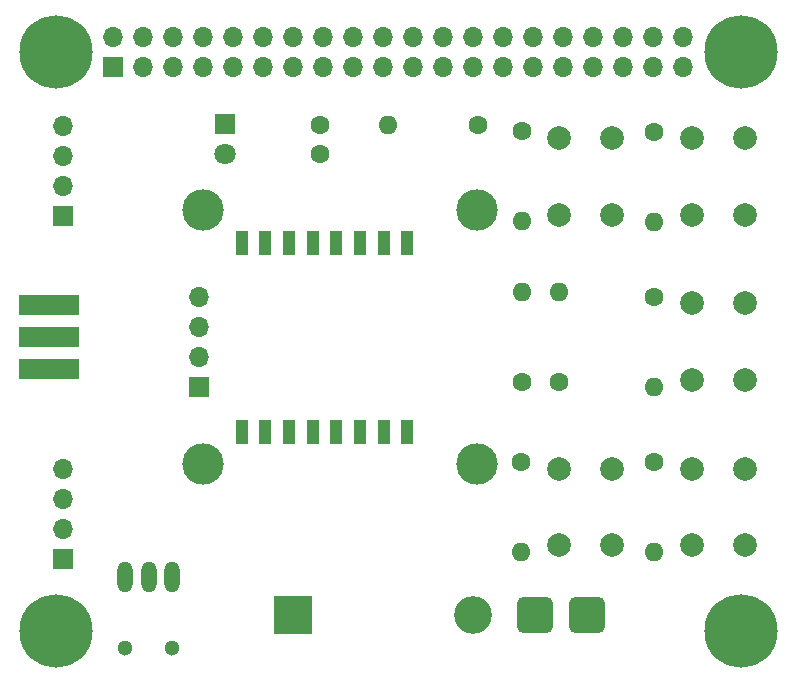
<source format=gbr>
%TF.GenerationSoftware,KiCad,Pcbnew,7.0.1-0*%
%TF.CreationDate,2023-11-24T13:11:02+01:00*%
%TF.ProjectId,LoRa_Hat,4c6f5261-5f48-4617-942e-6b696361645f,rev?*%
%TF.SameCoordinates,Original*%
%TF.FileFunction,Soldermask,Bot*%
%TF.FilePolarity,Negative*%
%FSLAX46Y46*%
G04 Gerber Fmt 4.6, Leading zero omitted, Abs format (unit mm)*
G04 Created by KiCad (PCBNEW 7.0.1-0) date 2023-11-24 13:11:02*
%MOMM*%
%LPD*%
G01*
G04 APERTURE LIST*
G04 Aperture macros list*
%AMRoundRect*
0 Rectangle with rounded corners*
0 $1 Rounding radius*
0 $2 $3 $4 $5 $6 $7 $8 $9 X,Y pos of 4 corners*
0 Add a 4 corners polygon primitive as box body*
4,1,4,$2,$3,$4,$5,$6,$7,$8,$9,$2,$3,0*
0 Add four circle primitives for the rounded corners*
1,1,$1+$1,$2,$3*
1,1,$1+$1,$4,$5*
1,1,$1+$1,$6,$7*
1,1,$1+$1,$8,$9*
0 Add four rect primitives between the rounded corners*
20,1,$1+$1,$2,$3,$4,$5,0*
20,1,$1+$1,$4,$5,$6,$7,0*
20,1,$1+$1,$6,$7,$8,$9,0*
20,1,$1+$1,$8,$9,$2,$3,0*%
G04 Aperture macros list end*
%ADD10C,6.200000*%
%ADD11C,1.300000*%
%ADD12O,1.308000X2.616000*%
%ADD13R,3.200000X3.200000*%
%ADD14O,3.200000X3.200000*%
%ADD15C,1.600000*%
%ADD16O,1.600000X1.600000*%
%ADD17C,2.000000*%
%ADD18R,1.700000X1.700000*%
%ADD19O,1.700000X1.700000*%
%ADD20C,3.500000*%
%ADD21RoundRect,0.468750X1.031250X1.031250X-1.031250X1.031250X-1.031250X-1.031250X1.031250X-1.031250X0*%
%ADD22R,1.800000X1.800000*%
%ADD23C,1.800000*%
%ADD24R,1.000000X2.000000*%
%ADD25R,5.080000X1.800000*%
G04 APERTURE END LIST*
D10*
%TO.C,*%
X171900001Y-75500000D03*
%TD*%
%TO.C,*%
X113900001Y-75500000D03*
%TD*%
%TO.C,*%
X113900001Y-124500000D03*
%TD*%
%TO.C,*%
X171900001Y-124500000D03*
%TD*%
D11*
%TO.C,J6*%
X119770000Y-125912500D03*
X123770000Y-125912500D03*
D12*
X121770000Y-119912500D03*
X123770000Y-119912500D03*
X119770000Y-119912500D03*
%TD*%
D13*
%TO.C,D1*%
X134020000Y-123110000D03*
D14*
X149260000Y-123110000D03*
%TD*%
D15*
%TO.C,R5*%
X164570000Y-82210000D03*
D16*
X164570000Y-89830000D03*
%TD*%
D17*
%TO.C,SW5*%
X167770000Y-89250000D03*
X167770000Y-82750000D03*
X172270000Y-89250000D03*
X172270000Y-82750000D03*
%TD*%
D15*
%TO.C,C1*%
X136270000Y-84110000D03*
X136270000Y-81610000D03*
%TD*%
%TO.C,R4*%
X164540000Y-96200000D03*
D16*
X164540000Y-103820000D03*
%TD*%
D15*
%TO.C,R2*%
X153370000Y-82190000D03*
D16*
X153370000Y-89810000D03*
%TD*%
D18*
%TO.C,J2*%
X126020000Y-103820000D03*
D19*
X126020000Y-101280000D03*
X126020000Y-98740000D03*
X126020000Y-96200000D03*
D20*
X126420000Y-88850000D03*
X126420000Y-110360000D03*
X149620000Y-88850000D03*
X149620000Y-110360000D03*
%TD*%
D17*
%TO.C,SW1*%
X156520000Y-117250000D03*
X156520000Y-110750000D03*
X161020000Y-117250000D03*
X161020000Y-110750000D03*
%TD*%
D15*
%TO.C,R7*%
X156520000Y-103370000D03*
D16*
X156520000Y-95750000D03*
%TD*%
D21*
%TO.C,J8*%
X158927745Y-123110000D03*
%TD*%
D17*
%TO.C,SW2*%
X156520000Y-89250000D03*
X156520000Y-82750000D03*
X161020000Y-89250000D03*
X161020000Y-82750000D03*
%TD*%
D21*
%TO.C,J7*%
X154477745Y-123110000D03*
%TD*%
D15*
%TO.C,R1*%
X153290000Y-110200000D03*
D16*
X153290000Y-117820000D03*
%TD*%
D15*
%TO.C,R6*%
X153370000Y-103370000D03*
D16*
X153370000Y-95750000D03*
%TD*%
D18*
%TO.C,J4*%
X114545000Y-118410000D03*
D19*
X114545000Y-115870000D03*
X114545000Y-113330000D03*
X114545000Y-110790000D03*
%TD*%
D15*
%TO.C,R8*%
X149670000Y-81610000D03*
D16*
X142050000Y-81610000D03*
%TD*%
D22*
%TO.C,D2*%
X128270000Y-81570000D03*
D23*
X128270000Y-84110000D03*
%TD*%
D17*
%TO.C,SW4*%
X167770000Y-103250000D03*
X167770000Y-96750000D03*
X172270000Y-103250000D03*
X172270000Y-96750000D03*
%TD*%
D18*
%TO.C,J3*%
X114520000Y-89360000D03*
D19*
X114520000Y-86820000D03*
X114520000Y-84280000D03*
X114520000Y-81740000D03*
%TD*%
D15*
%TO.C,R3*%
X164540000Y-110200000D03*
D16*
X164540000Y-117820000D03*
%TD*%
D17*
%TO.C,SW3*%
X167770000Y-117250000D03*
X167770000Y-110750000D03*
X172270000Y-117250000D03*
X172270000Y-110750000D03*
%TD*%
D18*
%TO.C,J1*%
X118770000Y-76770000D03*
D19*
X118770000Y-74230000D03*
X121310000Y-76770000D03*
X121310000Y-74230000D03*
X123850000Y-76770000D03*
X123850000Y-74230000D03*
X126390000Y-76770000D03*
X126390000Y-74230000D03*
X128930000Y-76770000D03*
X128930000Y-74230000D03*
X131470000Y-76770000D03*
X131470000Y-74230000D03*
X134010000Y-76770000D03*
X134010000Y-74230000D03*
X136550000Y-76770000D03*
X136550000Y-74230000D03*
X139090000Y-76770000D03*
X139090000Y-74230000D03*
X141630000Y-76770000D03*
X141630000Y-74230000D03*
X144170000Y-76770000D03*
X144170000Y-74230000D03*
X146710000Y-76770000D03*
X146710000Y-74230000D03*
X149250000Y-76770000D03*
X149250000Y-74230000D03*
X151790000Y-76770000D03*
X151790000Y-74230000D03*
X154330000Y-76770000D03*
X154330000Y-74230000D03*
X156870000Y-76770000D03*
X156870000Y-74230000D03*
X159410000Y-76770000D03*
X159410000Y-74230000D03*
X161950000Y-76770000D03*
X161950000Y-74230000D03*
X164490000Y-76770000D03*
X164490000Y-74230000D03*
X167030000Y-76770000D03*
X167030000Y-74230000D03*
%TD*%
D24*
%TO.C,U1*%
X143670000Y-107610000D03*
X141670000Y-107610000D03*
X139670000Y-107610000D03*
X137670000Y-107610000D03*
X135670000Y-107610000D03*
X133670000Y-107610000D03*
X131670000Y-107610000D03*
X129670000Y-107610000D03*
X129670000Y-91610000D03*
X131670000Y-91610000D03*
X133670000Y-91610000D03*
X135670000Y-91610000D03*
X137670000Y-91610000D03*
X139670000Y-91610000D03*
X141670000Y-91610000D03*
X143670000Y-91610000D03*
%TD*%
D25*
%TO.C,J5*%
X113350000Y-99610000D03*
X113350000Y-96910000D03*
X113350000Y-102310000D03*
%TD*%
M02*

</source>
